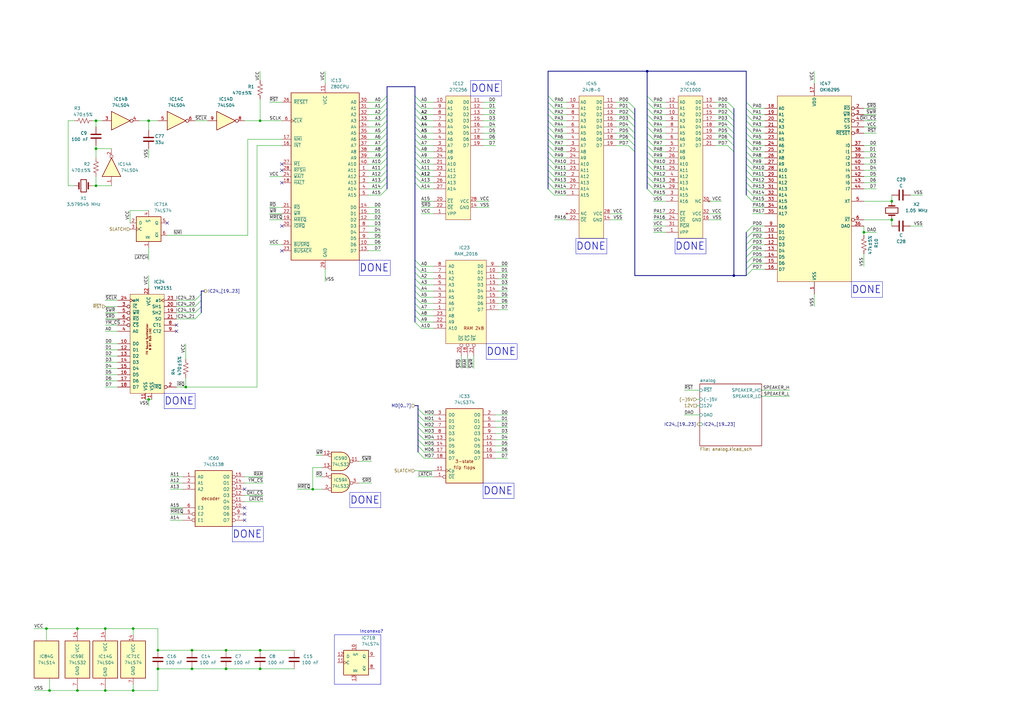
<source format=kicad_sch>
(kicad_sch (version 20231120) (generator "eeschema") (generator_version "8.0")
  (paper "A3")
  (title_block (title "WWF Super Stars") (company "JOTEGO") (comment 1 "Leo Tejada"))
  (junction (at 106.68 49.53))
  (junction (at 31.75 283.21))
  (junction (at 76.2 158.75))
  (junction (at 43.18 283.21))
  (junction (at 64.77 266.7))
  (junction (at 128.27 200.66))
  (junction (at 106.68 274.32))
  (junction (at 60.96 49.53))
  (junction (at 106.68 266.7))
  (junction (at 60.96 163.83))
  (junction (at 365.76 90.17))
  (junction (at 20.32 283.21))
  (junction (at 300.99 113.03))
  (junction (at 54.61 257.81))
  (junction (at 354.33 95.25))
  (junction (at 43.18 257.81))
  (junction (at 31.75 257.81))
  (junction (at 39.37 76.2))
  (junction (at 78.74 274.32))
  (junction (at 92.71 266.7))
  (junction (at 39.37 49.53))
  (junction (at 19.05 257.81))
  (junction (at 39.37 60.96))
  (junction (at 54.61 283.21))
  (junction (at 78.74 266.7))
  (junction (at 92.71 274.32))
  (junction (at 64.77 274.32))
  (junction (at 365.76 82.55))
  (junction (at 265.43 29.21))
  (no_connect (at 100.33 213.36))
  (no_connect (at 115.57 102.87))
  (no_connect (at 72.39 133.35))
  (no_connect (at 115.57 92.71))
  (no_connect (at 115.57 74.93))
  (no_connect (at 115.57 69.85))
  (no_connect (at 100.33 200.66))
  (no_connect (at 68.58 91.44))
  (no_connect (at 100.33 210.82))
  (no_connect (at 72.39 135.89))
  (no_connect (at 115.57 67.31))
  (no_connect (at 100.33 208.28))
  (bus_entry (at 80.01 130.81) (size 2.54 -2.54))
  (bus_entry (at 306.07 62.23) (size 2.54 2.54))
  (bus_entry (at 265.43 74.93) (size 2.54 2.54))
  (bus_entry (at 298.45 57.15) (size 2.54 2.54))
  (bus_entry (at 170.18 41.91) (size 2.54 2.54))
  (bus_entry (at 306.07 77.47) (size 2.54 2.54))
  (bus_entry (at 80.01 123.19) (size 2.54 -2.54))
  (bus_entry (at 170.18 59.69) (size 2.54 2.54))
  (bus_entry (at 156.21 46.99) (size 2.54 -2.54))
  (bus_entry (at 156.21 62.23) (size 2.54 -2.54))
  (bus_entry (at 171.45 180.34) (size 2.54 2.54))
  (bus_entry (at 265.43 62.23) (size 2.54 2.54))
  (bus_entry (at 265.43 39.37) (size 2.54 2.54))
  (bus_entry (at 170.18 106.68) (size 2.54 2.54))
  (bus_entry (at 170.18 124.46) (size 2.54 2.54))
  (bus_entry (at 306.07 110.49) (size 2.54 -2.54))
  (bus_entry (at 156.21 54.61) (size 2.54 -2.54))
  (bus_entry (at 171.45 177.8) (size 2.54 2.54))
  (bus_entry (at 265.43 64.77) (size 2.54 2.54))
  (bus_entry (at 306.07 72.39) (size 2.54 2.54))
  (bus_entry (at 306.07 46.99) (size 2.54 2.54))
  (bus_entry (at 306.07 49.53) (size 2.54 2.54))
  (bus_entry (at 224.79 54.61) (size 2.54 2.54))
  (bus_entry (at 257.81 54.61) (size 2.54 2.54))
  (bus_entry (at 306.07 57.15) (size 2.54 2.54))
  (bus_entry (at 170.18 69.85) (size 2.54 2.54))
  (bus_entry (at 224.79 64.77) (size 2.54 2.54))
  (bus_entry (at 170.18 114.3) (size 2.54 2.54))
  (bus_entry (at 170.18 72.39) (size 2.54 2.54))
  (bus_entry (at 170.18 132.08) (size 2.54 2.54))
  (bus_entry (at 170.18 52.07) (size 2.54 2.54))
  (bus_entry (at 224.79 39.37) (size 2.54 2.54))
  (bus_entry (at 257.81 46.99) (size 2.54 2.54))
  (bus_entry (at 257.81 44.45) (size 2.54 2.54))
  (bus_entry (at 170.18 49.53) (size 2.54 2.54))
  (bus_entry (at 170.18 54.61) (size 2.54 2.54))
  (bus_entry (at 224.79 52.07) (size 2.54 2.54))
  (bus_entry (at 298.45 49.53) (size 2.54 2.54))
  (bus_entry (at 170.18 109.22) (size 2.54 2.54))
  (bus_entry (at 224.79 44.45) (size 2.54 2.54))
  (bus_entry (at 156.21 41.91) (size 2.54 -2.54))
  (bus_entry (at 156.21 49.53) (size 2.54 -2.54))
  (bus_entry (at 306.07 64.77) (size 2.54 2.54))
  (bus_entry (at 306.07 100.33) (size 2.54 -2.54))
  (bus_entry (at 224.79 77.47) (size 2.54 2.54))
  (bus_entry (at 306.07 105.41) (size 2.54 -2.54))
  (bus_entry (at 306.07 107.95) (size 2.54 -2.54))
  (bus_entry (at 170.18 44.45) (size 2.54 2.54))
  (bus_entry (at 224.79 67.31) (size 2.54 2.54))
  (bus_entry (at 224.79 72.39) (size 2.54 2.54))
  (bus_entry (at 298.45 46.99) (size 2.54 2.54))
  (bus_entry (at 265.43 49.53) (size 2.54 2.54))
  (bus_entry (at 306.07 74.93) (size 2.54 2.54))
  (bus_entry (at 306.07 80.01) (size 2.54 2.54))
  (bus_entry (at 265.43 44.45) (size 2.54 2.54))
  (bus_entry (at 156.21 77.47) (size 2.54 -2.54))
  (bus_entry (at 306.07 102.87) (size 2.54 -2.54))
  (bus_entry (at 306.07 52.07) (size 2.54 2.54))
  (bus_entry (at 170.18 116.84) (size 2.54 2.54))
  (bus_entry (at 170.18 64.77) (size 2.54 2.54))
  (bus_entry (at 224.79 74.93) (size 2.54 2.54))
  (bus_entry (at 156.21 69.85) (size 2.54 -2.54))
  (bus_entry (at 265.43 77.47) (size 2.54 2.54))
  (bus_entry (at 306.07 59.69) (size 2.54 2.54))
  (bus_entry (at 298.45 44.45) (size 2.54 2.54))
  (bus_entry (at 257.81 41.91) (size 2.54 2.54))
  (bus_entry (at 265.43 57.15) (size 2.54 2.54))
  (bus_entry (at 298.45 41.91) (size 2.54 2.54))
  (bus_entry (at 306.07 41.91) (size 2.54 2.54))
  (bus_entry (at 265.43 72.39) (size 2.54 2.54))
  (bus_entry (at 156.21 64.77) (size 2.54 -2.54))
  (bus_entry (at 80.01 128.27) (size 2.54 -2.54))
  (bus_entry (at 265.43 46.99) (size 2.54 2.54))
  (bus_entry (at 156.21 72.39) (size 2.54 -2.54))
  (bus_entry (at 224.79 41.91) (size 2.54 2.54))
  (bus_entry (at 156.21 59.69) (size 2.54 -2.54))
  (bus_entry (at 298.45 52.07) (size 2.54 2.54))
  (bus_entry (at 170.18 127) (size 2.54 2.54))
  (bus_entry (at 298.45 59.69) (size 2.54 2.54))
  (bus_entry (at 170.18 39.37) (size 2.54 2.54))
  (bus_entry (at 224.79 59.69) (size 2.54 2.54))
  (bus_entry (at 257.81 49.53) (size 2.54 2.54))
  (bus_entry (at 170.18 129.54) (size 2.54 2.54))
  (bus_entry (at 265.43 41.91) (size 2.54 2.54))
  (bus_entry (at 156.21 44.45) (size 2.54 -2.54))
  (bus_entry (at 298.45 54.61) (size 2.54 2.54))
  (bus_entry (at 257.81 52.07) (size 2.54 2.54))
  (bus_entry (at 171.45 172.72) (size 2.54 2.54))
  (bus_entry (at 306.07 97.79) (size 2.54 -2.54))
  (bus_entry (at 156.21 52.07) (size 2.54 -2.54))
  (bus_entry (at 171.45 182.88) (size 2.54 2.54))
  (bus_entry (at 80.01 125.73) (size 2.54 -2.54))
  (bus_entry (at 265.43 59.69) (size 2.54 2.54))
  (bus_entry (at 265.43 69.85) (size 2.54 2.54))
  (bus_entry (at 156.21 80.01) (size 2.54 -2.54))
  (bus_entry (at 257.81 57.15) (size 2.54 2.54))
  (bus_entry (at 156.21 57.15) (size 2.54 -2.54))
  (bus_entry (at 171.45 170.18) (size 2.54 2.54))
  (bus_entry (at 171.45 185.42) (size 2.54 2.54))
  (bus_entry (at 306.07 95.25) (size 2.54 -2.54))
  (bus_entry (at 170.18 62.23) (size 2.54 2.54))
  (bus_entry (at 224.79 57.15) (size 2.54 2.54))
  (bus_entry (at 265.43 54.61) (size 2.54 2.54))
  (bus_entry (at 265.43 52.07) (size 2.54 2.54))
  (bus_entry (at 265.43 67.31) (size 2.54 2.54))
  (bus_entry (at 306.07 113.03) (size 2.54 -2.54))
  (bus_entry (at 306.07 54.61) (size 2.54 2.54))
  (bus_entry (at 156.21 74.93) (size 2.54 -2.54))
  (bus_entry (at 170.18 57.15) (size 2.54 2.54))
  (bus_entry (at 170.18 119.38) (size 2.54 2.54))
  (bus_entry (at 170.18 121.92) (size 2.54 2.54))
  (bus_entry (at 306.07 69.85) (size 2.54 2.54))
  (bus_entry (at 224.79 49.53) (size 2.54 2.54))
  (bus_entry (at 156.21 67.31) (size 2.54 -2.54))
  (bus_entry (at 170.18 46.99) (size 2.54 2.54))
  (bus_entry (at 257.81 59.69) (size 2.54 2.54))
  (bus_entry (at 170.18 74.93) (size 2.54 2.54))
  (bus_entry (at 171.45 175.26) (size 2.54 2.54))
  (bus_entry (at 224.79 69.85) (size 2.54 2.54))
  (bus_entry (at 224.79 62.23) (size 2.54 2.54))
  (bus_entry (at 306.07 44.45) (size 2.54 2.54))
  (bus_entry (at 171.45 167.64) (size 2.54 2.54))
  (bus_entry (at 170.18 67.31) (size 2.54 2.54))
  (bus_entry (at 170.18 111.76) (size 2.54 2.54))
  (bus_entry (at 224.79 46.99) (size 2.54 2.54))
  (bus_entry (at 306.07 67.31) (size 2.54 2.54))
  (wire (pts (xy 267.97 87.63) (xy 273.05 87.63)))
  (wire (pts (xy 267.97 54.61) (xy 273.05 54.61)))
  (bus (pts (xy 82.55 123.19) (xy 82.55 120.65)))
  (bus (pts (xy 170.18 74.93) (xy 170.18 72.39)))
  (wire (pts (xy 132.08 191.77) (xy 128.27 191.77)))
  (wire (pts (xy 204.47 114.3) (xy 208.28 114.3)))
  (wire (pts (xy 38.1 49.53) (xy 39.37 49.53)))
  (bus (pts (xy 260.35 54.61) (xy 260.35 57.15)))
  (wire (pts (xy 172.72 129.54) (xy 177.8 129.54)))
  (bus (pts (xy 224.79 69.85) (xy 224.79 67.31)))
  (bus (pts (xy 306.07 54.61) (xy 306.07 57.15)))
  (wire (pts (xy 354.33 59.69) (xy 359.41 59.69)))
  (wire (pts (xy 100.33 198.12) (xy 107.95 198.12)))
  (wire (pts (xy 172.72 52.07) (xy 177.8 52.07)))
  (wire (pts (xy 267.97 95.25) (xy 273.05 95.25)))
  (wire (pts (xy 105.41 59.69) (xy 115.57 59.69)))
  (wire (pts (xy 19.05 257.81) (xy 19.05 262.89)))
  (wire (pts (xy 31.75 283.21) (xy 43.18 283.21)))
  (wire (pts (xy 110.49 85.09) (xy 115.57 85.09)))
  (bus (pts (xy 265.43 69.85) (xy 265.43 67.31)))
  (wire (pts (xy 172.72 72.39) (xy 177.8 72.39)))
  (wire (pts (xy 354.33 74.93) (xy 359.41 74.93)))
  (bus (pts (xy 170.18 166.37) (xy 171.45 166.37)))
  (wire (pts (xy 354.33 67.31) (xy 359.41 67.31)))
  (wire (pts (xy 267.97 77.47) (xy 273.05 77.47)))
  (bus (pts (xy 260.35 113.03) (xy 300.99 113.03)))
  (wire (pts (xy 267.97 57.15) (xy 273.05 57.15)))
  (bus (pts (xy 224.79 29.21) (xy 224.79 39.37)))
  (wire (pts (xy 227.33 77.47) (xy 232.41 77.47)))
  (bus (pts (xy 224.79 77.47) (xy 224.79 74.93)))
  (wire (pts (xy 60.96 118.11) (xy 60.96 113.03)))
  (wire (pts (xy 173.99 182.88) (xy 177.8 182.88)))
  (wire (pts (xy 60.96 163.83) (xy 62.23 163.83)))
  (wire (pts (xy 198.12 49.53) (xy 203.2 49.53)))
  (wire (pts (xy 60.96 60.96) (xy 60.96 64.77)))
  (wire (pts (xy 252.73 57.15) (xy 257.81 57.15)))
  (wire (pts (xy 172.72 132.08) (xy 177.8 132.08)))
  (wire (pts (xy 203.2 175.26) (xy 208.28 175.26)))
  (wire (pts (xy 39.37 72.39) (xy 39.37 76.2)))
  (bus (pts (xy 170.18 44.45) (xy 170.18 41.91)))
  (wire (pts (xy 151.13 62.23) (xy 156.21 62.23)))
  (wire (pts (xy 204.47 124.46) (xy 208.28 124.46)))
  (bus (pts (xy 265.43 41.91) (xy 265.43 39.37)))
  (wire (pts (xy 267.97 62.23) (xy 273.05 62.23)))
  (wire (pts (xy 227.33 64.77) (xy 232.41 64.77)))
  (bus (pts (xy 82.55 119.38) (xy 83.82 119.38)))
  (wire (pts (xy 172.72 119.38) (xy 177.8 119.38)))
  (wire (pts (xy 69.85 198.12) (xy 74.93 198.12)))
  (bus (pts (xy 300.99 113.03) (xy 306.07 113.03)))
  (wire (pts (xy 43.18 151.13) (xy 48.26 151.13)))
  (bus (pts (xy 158.75 64.77) (xy 158.75 62.23)))
  (wire (pts (xy 72.39 125.73) (xy 80.01 125.73)))
  (bus (pts (xy 224.79 72.39) (xy 224.79 69.85)))
  (wire (pts (xy 20.32 283.21) (xy 31.75 283.21)))
  (wire (pts (xy 227.33 54.61) (xy 232.41 54.61)))
  (wire (pts (xy 378.46 92.71) (xy 373.38 92.71)))
  (wire (pts (xy 250.19 87.63) (xy 255.27 87.63)))
  (wire (pts (xy 290.83 82.55) (xy 295.91 82.55)))
  (bus (pts (xy 306.07 59.69) (xy 306.07 62.23)))
  (wire (pts (xy 267.97 82.55) (xy 273.05 82.55)))
  (wire (pts (xy 133.35 115.57) (xy 133.35 110.49)))
  (wire (pts (xy 354.33 44.45) (xy 359.41 44.45)))
  (bus (pts (xy 260.35 49.53) (xy 260.35 52.07)))
  (wire (pts (xy 43.18 143.51) (xy 48.26 143.51)))
  (bus (pts (xy 306.07 41.91) (xy 306.07 44.45)))
  (wire (pts (xy 323.85 160.02) (xy 312.42 160.02)))
  (bus (pts (xy 260.35 52.07) (xy 260.35 54.61)))
  (wire (pts (xy 13.97 283.21) (xy 20.32 283.21)))
  (wire (pts (xy 171.45 195.58) (xy 177.8 195.58)))
  (bus (pts (xy 82.55 125.73) (xy 82.55 123.19)))
  (wire (pts (xy 80.01 49.53) (xy 85.09 49.53)))
  (wire (pts (xy 106.68 266.7) (xy 120.65 266.7)))
  (wire (pts (xy 39.37 59.69) (xy 39.37 60.96)))
  (bus (pts (xy 171.45 167.64) (xy 171.45 166.37)))
  (wire (pts (xy 252.73 54.61) (xy 257.81 54.61)))
  (bus (pts (xy 260.35 57.15) (xy 260.35 59.69)))
  (wire (pts (xy 172.72 54.61) (xy 177.8 54.61)))
  (wire (pts (xy 151.13 46.99) (xy 156.21 46.99)))
  (wire (pts (xy 13.97 257.81) (xy 19.05 257.81)))
  (bus (pts (xy 300.99 62.23) (xy 300.99 113.03)))
  (bus (pts (xy 265.43 59.69) (xy 265.43 57.15)))
  (wire (pts (xy 43.18 148.59) (xy 48.26 148.59)))
  (wire (pts (xy 308.61 67.31) (xy 313.69 67.31)))
  (wire (pts (xy 172.72 62.23) (xy 177.8 62.23)))
  (wire (pts (xy 43.18 153.67) (xy 48.26 153.67)))
  (bus (pts (xy 158.75 41.91) (xy 158.75 39.37)))
  (wire (pts (xy 204.47 121.92) (xy 208.28 121.92)))
  (wire (pts (xy 173.99 180.34) (xy 177.8 180.34)))
  (bus (pts (xy 260.35 59.69) (xy 260.35 62.23)))
  (wire (pts (xy 354.33 49.53) (xy 359.41 49.53)))
  (wire (pts (xy 43.18 156.21) (xy 48.26 156.21)))
  (wire (pts (xy 110.49 72.39) (xy 115.57 72.39)))
  (wire (pts (xy 308.61 57.15) (xy 313.69 57.15)))
  (wire (pts (xy 204.47 109.22) (xy 208.28 109.22)))
  (bus (pts (xy 306.07 102.87) (xy 306.07 105.41)))
  (bus (pts (xy 306.07 41.91) (xy 306.07 29.21)))
  (wire (pts (xy 365.76 80.01) (xy 365.76 82.55)))
  (bus (pts (xy 265.43 54.61) (xy 265.43 52.07)))
  (wire (pts (xy 64.77 274.32) (xy 64.77 283.21)))
  (wire (pts (xy 43.18 128.27) (xy 48.26 128.27)))
  (bus (pts (xy 306.07 67.31) (xy 306.07 69.85)))
  (wire (pts (xy 252.73 46.99) (xy 257.81 46.99)))
  (wire (pts (xy 354.33 95.25) (xy 354.33 92.71)))
  (bus (pts (xy 82.55 120.65) (xy 82.55 119.38)))
  (bus (pts (xy 170.18 57.15) (xy 170.18 54.61)))
  (wire (pts (xy 170.18 193.04) (xy 177.8 193.04)))
  (wire (pts (xy 151.13 95.25) (xy 156.21 95.25)))
  (bus (pts (xy 224.79 54.61) (xy 224.79 52.07)))
  (wire (pts (xy 151.13 87.63) (xy 156.21 87.63)))
  (wire (pts (xy 172.72 41.91) (xy 177.8 41.91)))
  (wire (pts (xy 373.38 80.01) (xy 378.46 80.01)))
  (wire (pts (xy 76.2 140.97) (xy 76.2 147.32)))
  (wire (pts (xy 151.13 64.77) (xy 156.21 64.77)))
  (wire (pts (xy 43.18 130.81) (xy 48.26 130.81)))
  (wire (pts (xy 308.61 74.93) (xy 313.69 74.93)))
  (bus (pts (xy 158.75 59.69) (xy 158.75 57.15)))
  (wire (pts (xy 128.27 200.66) (xy 132.08 200.66)))
  (wire (pts (xy 308.61 72.39) (xy 313.69 72.39)))
  (bus (pts (xy 300.99 59.69) (xy 300.99 62.23)))
  (wire (pts (xy 151.13 77.47) (xy 156.21 77.47)))
  (wire (pts (xy 203.2 187.96) (xy 208.28 187.96)))
  (bus (pts (xy 265.43 72.39) (xy 265.43 69.85)))
  (wire (pts (xy 354.33 62.23) (xy 359.33 62.23)))
  (wire (pts (xy 172.72 114.3) (xy 177.8 114.3)))
  (wire (pts (xy 198.12 57.15) (xy 203.2 57.15)))
  (wire (pts (xy 267.97 69.85) (xy 273.05 69.85)))
  (bus (pts (xy 158.75 57.15) (xy 158.75 54.61)))
  (wire (pts (xy 290.83 87.63) (xy 295.91 87.63)))
  (wire (pts (xy 60.96 49.53) (xy 60.96 53.34)))
  (wire (pts (xy 106.68 40.64) (xy 106.68 49.53)))
  (wire (pts (xy 365.76 82.55) (xy 354.33 82.55)))
  (wire (pts (xy 173.99 175.26) (xy 177.8 175.26)))
  (wire (pts (xy 308.61 59.69) (xy 313.69 59.69)))
  (wire (pts (xy 129.54 195.58) (xy 132.08 195.58)))
  (bus (pts (xy 306.07 49.53) (xy 306.07 52.07)))
  (bus (pts (xy 306.07 62.23) (xy 306.07 64.77)))
  (wire (pts (xy 172.72 85.09) (xy 177.8 85.09)))
  (wire (pts (xy 151.13 69.85) (xy 156.21 69.85)))
  (wire (pts (xy 78.74 274.32) (xy 92.71 274.32)))
  (wire (pts (xy 151.13 100.33) (xy 156.21 100.33)))
  (wire (pts (xy 69.85 210.82) (xy 74.93 210.82)))
  (wire (pts (xy 39.37 49.53) (xy 39.37 52.07)))
  (wire (pts (xy 313.69 105.41) (xy 308.61 105.41)))
  (wire (pts (xy 204.47 127) (xy 208.28 127)))
  (wire (pts (xy 298.45 44.45) (xy 293.37 44.45)))
  (wire (pts (xy 151.13 92.71) (xy 156.21 92.71)))
  (bus (pts (xy 171.45 170.18) (xy 171.45 167.64)))
  (wire (pts (xy 173.99 187.96) (xy 177.8 187.96)))
  (wire (pts (xy 43.18 257.81) (xy 54.61 257.81)))
  (wire (pts (xy 172.72 44.45) (xy 177.8 44.45)))
  (wire (pts (xy 204.47 116.84) (xy 208.28 116.84)))
  (wire (pts (xy 313.69 100.33) (xy 308.61 100.33)))
  (wire (pts (xy 313.69 97.79) (xy 308.61 97.79)))
  (wire (pts (xy 365.76 90.17) (xy 354.33 90.17)))
  (wire (pts (xy 110.49 100.33) (xy 115.57 100.33)))
  (wire (pts (xy 203.2 177.8) (xy 208.28 177.8)))
  (wire (pts (xy 308.61 49.53) (xy 313.69 49.53)))
  (bus (pts (xy 300.99 52.07) (xy 300.99 54.61)))
  (bus (pts (xy 224.79 74.93) (xy 224.79 72.39)))
  (wire (pts (xy 172.72 57.15) (xy 177.8 57.15)))
  (wire (pts (xy 72.39 130.81) (xy 80.01 130.81)))
  (bus (pts (xy 260.35 62.23) (xy 260.35 113.03)))
  (wire (pts (xy 20.32 278.13) (xy 20.32 283.21)))
  (wire (pts (xy 76.2 154.94) (xy 76.2 158.75)))
  (bus (pts (xy 170.18 114.3) (xy 170.18 111.76)))
  (bus (pts (xy 265.43 52.07) (xy 265.43 49.53)))
  (bus (pts (xy 158.75 44.45) (xy 158.75 41.91)))
  (wire (pts (xy 313.69 95.25) (xy 308.61 95.25)))
  (wire (pts (xy 252.73 44.45) (xy 257.81 44.45)))
  (wire (pts (xy 334.01 29.21) (xy 334.01 34.29)))
  (bus (pts (xy 265.43 77.47) (xy 265.43 74.93)))
  (wire (pts (xy 101.6 96.52) (xy 68.58 96.52)))
  (wire (pts (xy 78.74 266.7) (xy 92.71 266.7)))
  (wire (pts (xy 27.94 49.53) (xy 30.48 49.53)))
  (bus (pts (xy 265.43 57.15) (xy 265.43 54.61)))
  (wire (pts (xy 189.23 151.13) (xy 189.23 146.05)))
  (wire (pts (xy 69.85 200.66) (xy 74.93 200.66)))
  (wire (pts (xy 151.13 59.69) (xy 156.21 59.69)))
  (bus (pts (xy 170.18 59.69) (xy 170.18 57.15)))
  (bus (pts (xy 170.18 132.08) (xy 170.18 129.54)))
  (wire (pts (xy 173.99 177.8) (xy 177.8 177.8)))
  (wire (pts (xy 308.61 62.23) (xy 313.69 62.23)))
  (wire (pts (xy 172.72 69.85) (xy 177.8 69.85)))
  (bus (pts (xy 265.43 29.21) (xy 224.79 29.21)))
  (wire (pts (xy 27.94 49.53) (xy 27.94 76.2)))
  (wire (pts (xy 31.75 257.81) (xy 43.18 257.81)))
  (wire (pts (xy 115.57 57.15) (xy 101.6 57.15)))
  (wire (pts (xy 308.61 52.07) (xy 313.69 52.07)))
  (wire (pts (xy 100.33 203.2) (xy 107.95 203.2)))
  (wire (pts (xy 133.35 34.29) (xy 133.35 29.21)))
  (bus (pts (xy 224.79 52.07) (xy 224.79 49.53)))
  (bus (pts (xy 265.43 49.53) (xy 265.43 46.99)))
  (bus (pts (xy 306.07 29.21) (xy 265.43 29.21)))
  (bus (pts (xy 171.45 177.8) (xy 171.45 175.26)))
  (bus (pts (xy 158.75 74.93) (xy 158.75 77.47)))
  (wire (pts (xy 313.69 102.87) (xy 308.61 102.87)))
  (bus (pts (xy 265.43 29.21) (xy 265.43 39.37)))
  (bus (pts (xy 300.99 46.99) (xy 300.99 49.53)))
  (wire (pts (xy 27.94 76.2) (xy 30.48 76.2)))
  (bus (pts (xy 224.79 59.69) (xy 224.79 57.15)))
  (wire (pts (xy 57.15 49.53) (xy 60.96 49.53)))
  (wire (pts (xy 227.33 57.15) (xy 232.41 57.15)))
  (wire (pts (xy 38.1 76.2) (xy 39.37 76.2)))
  (bus (pts (xy 265.43 64.77) (xy 265.43 62.23)))
  (bus (pts (xy 170.18 121.92) (xy 170.18 119.38)))
  (wire (pts (xy 53.34 86.36) (xy 60.96 86.36)))
  (bus (pts (xy 158.75 49.53) (xy 158.75 46.99)))
  (wire (pts (xy 195.58 82.55) (xy 200.66 82.55)))
  (bus (pts (xy 306.07 77.47) (xy 306.07 80.01)))
  (wire (pts (xy 298.45 52.07) (xy 293.37 52.07)))
  (bus (pts (xy 306.07 110.49) (xy 306.07 113.03)))
  (wire (pts (xy 172.72 116.84) (xy 177.8 116.84)))
  (bus (pts (xy 170.18 119.38) (xy 170.18 116.84)))
  (bus (pts (xy 170.18 62.23) (xy 170.18 59.69)))
  (wire (pts (xy 308.61 77.47) (xy 313.69 77.47)))
  (wire (pts (xy 100.33 49.53) (xy 106.68 49.53)))
  (bus (pts (xy 306.07 44.45) (xy 306.07 46.99)))
  (wire (pts (xy 285.75 163.83) (xy 287.02 163.83)))
  (bus (pts (xy 265.43 46.99) (xy 265.43 44.45)))
  (wire (pts (xy 267.97 52.07) (xy 273.05 52.07)))
  (wire (pts (xy 285.75 166.37) (xy 287.02 166.37)))
  (wire (pts (xy 298.45 49.53) (xy 293.37 49.53)))
  (bus (pts (xy 158.75 69.85) (xy 158.75 67.31)))
  (bus (pts (xy 170.18 111.76) (xy 170.18 109.22)))
  (wire (pts (xy 204.47 111.76) (xy 208.28 111.76)))
  (bus (pts (xy 170.18 49.53) (xy 170.18 46.99)))
  (wire (pts (xy 147.32 198.12) (xy 152.4 198.12)))
  (wire (pts (xy 204.47 119.38) (xy 208.28 119.38)))
  (wire (pts (xy 354.33 77.47) (xy 359.41 77.47)))
  (wire (pts (xy 43.18 133.35) (xy 48.26 133.35)))
  (bus (pts (xy 170.18 46.99) (xy 170.18 44.45)))
  (bus (pts (xy 170.18 52.07) (xy 170.18 49.53)))
  (wire (pts (xy 43.18 283.21) (xy 54.61 283.21)))
  (wire (pts (xy 172.72 109.22) (xy 177.8 109.22)))
  (wire (pts (xy 151.13 90.17) (xy 156.21 90.17)))
  (wire (pts (xy 354.33 96.52) (xy 354.33 95.25)))
  (wire (pts (xy 267.97 74.93) (xy 273.05 74.93)))
  (wire (pts (xy 172.72 127) (xy 177.8 127)))
  (wire (pts (xy 110.49 41.91) (xy 115.57 41.91)))
  (wire (pts (xy 198.12 59.69) (xy 203.2 59.69)))
  (wire (pts (xy 172.72 77.47) (xy 177.8 77.47)))
  (bus (pts (xy 170.18 41.91) (xy 170.18 39.37)))
  (wire (pts (xy 298.45 57.15) (xy 293.37 57.15)))
  (bus (pts (xy 171.45 180.34) (xy 171.45 177.8)))
  (wire (pts (xy 151.13 67.31) (xy 156.21 67.31)))
  (wire (pts (xy 72.39 123.19) (xy 80.01 123.19)))
  (wire (pts (xy 69.85 195.58) (xy 74.93 195.58)))
  (wire (pts (xy 19.05 257.81) (xy 31.75 257.81)))
  (bus (pts (xy 260.35 46.99) (xy 260.35 49.53)))
  (bus (pts (xy 300.99 44.45) (xy 300.99 46.99)))
  (wire (pts (xy 323.85 162.56) (xy 312.42 162.56)))
  (wire (pts (xy 290.83 90.17) (xy 295.91 90.17)))
  (wire (pts (xy 53.34 91.44) (xy 53.34 86.36)))
  (bus (pts (xy 224.79 49.53) (xy 224.79 46.99)))
  (bus (pts (xy 306.07 72.39) (xy 306.07 74.93)))
  (bus (pts (xy 170.18 72.39) (xy 170.18 69.85)))
  (wire (pts (xy 203.2 172.72) (xy 208.28 172.72)))
  (wire (pts (xy 308.61 85.09) (xy 313.69 85.09)))
  (bus (pts (xy 306.07 97.79) (xy 306.07 100.33)))
  (wire (pts (xy 252.73 41.91) (xy 257.81 41.91)))
  (wire (pts (xy 76.2 158.75) (xy 105.41 158.75)))
  (wire (pts (xy 172.72 134.62) (xy 177.8 134.62)))
  (wire (pts (xy 110.49 90.17) (xy 115.57 90.17)))
  (bus (pts (xy 224.79 44.45) (xy 224.79 41.91)))
  (wire (pts (xy 151.13 57.15) (xy 156.21 57.15)))
  (wire (pts (xy 64.77 274.32) (xy 78.74 274.32)))
  (wire (pts (xy 203.2 182.88) (xy 208.28 182.88)))
  (bus (pts (xy 306.07 46.99) (xy 306.07 49.53)))
  (bus (pts (xy 158.75 46.99) (xy 158.75 44.45)))
  (bus (pts (xy 158.75 52.07) (xy 158.75 49.53)))
  (wire (pts (xy 106.68 29.21) (xy 106.68 33.02)))
  (wire (pts (xy 39.37 76.2) (xy 45.72 76.2)))
  (bus (pts (xy 300.99 57.15) (xy 300.99 59.69)))
  (bus (pts (xy 265.43 74.93) (xy 265.43 72.39)))
  (wire (pts (xy 227.33 74.93) (xy 232.41 74.93)))
  (wire (pts (xy 92.71 274.32) (xy 106.68 274.32)))
  (wire (pts (xy 354.33 104.14) (xy 354.33 109.22)))
  (bus (pts (xy 171.45 182.88) (xy 171.45 180.34)))
  (wire (pts (xy 173.99 185.42) (xy 177.8 185.42)))
  (wire (pts (xy 313.69 92.71) (xy 308.61 92.71)))
  (wire (pts (xy 359.41 46.99) (xy 354.33 46.99)))
  (wire (pts (xy 267.97 92.71) (xy 273.05 92.71)))
  (wire (pts (xy 173.99 170.18) (xy 177.8 170.18)))
  (bus (pts (xy 224.79 46.99) (xy 224.79 44.45)))
  (bus (pts (xy 300.99 54.61) (xy 300.99 57.15)))
  (wire (pts (xy 43.18 135.89) (xy 48.26 135.89)))
  (wire (pts (xy 69.85 213.36) (xy 74.93 213.36)))
  (wire (pts (xy 194.31 151.13) (xy 194.31 146.05)))
  (wire (pts (xy 151.13 85.09) (xy 156.21 85.09)))
  (wire (pts (xy 267.97 41.91) (xy 273.05 41.91)))
  (wire (pts (xy 151.13 44.45) (xy 156.21 44.45)))
  (wire (pts (xy 172.72 59.69) (xy 177.8 59.69)))
  (wire (pts (xy 198.12 54.61) (xy 203.2 54.61)))
  (wire (pts (xy 45.72 60.96) (xy 39.37 60.96)))
  (bus (pts (xy 306.07 107.95) (xy 306.07 110.49)))
  (wire (pts (xy 41.91 49.53) (xy 39.37 49.53)))
  (bus (pts (xy 170.18 116.84) (xy 170.18 114.3)))
  (bus (pts (xy 306.07 52.07) (xy 306.07 54.61)))
  (bus (pts (xy 158.75 62.23) (xy 158.75 59.69)))
  (wire (pts (xy 54.61 283.21) (xy 64.77 283.21)))
  (wire (pts (xy 172.72 74.93) (xy 177.8 74.93)))
  (wire (pts (xy 43.18 140.97) (xy 48.26 140.97)))
  (bus (pts (xy 265.43 67.31) (xy 265.43 64.77)))
  (wire (pts (xy 250.19 90.17) (xy 255.27 90.17)))
  (wire (pts (xy 298.45 54.61) (xy 293.37 54.61)))
  (bus (pts (xy 170.18 127) (xy 170.18 124.46)))
  (wire (pts (xy 60.96 49.53) (xy 64.77 49.53)))
  (wire (pts (xy 173.99 172.72) (xy 177.8 172.72)))
  (wire (pts (xy 106.68 274.32) (xy 120.65 274.32)))
  (wire (pts (xy 172.72 46.99) (xy 177.8 46.99)))
  (wire (pts (xy 64.77 266.7) (xy 78.74 266.7)))
  (wire (pts (xy 227.33 67.31) (xy 232.41 67.31)))
  (bus (pts (xy 171.45 172.72) (xy 171.45 170.18)))
  (bus (pts (xy 306.07 105.41) (xy 306.07 107.95)))
  (wire (pts (xy 172.72 124.46) (xy 177.8 124.46)))
  (wire (pts (xy 76.2 158.75) (xy 72.39 158.75)))
  (wire (pts (xy 72.39 128.27) (xy 80.01 128.27)))
  (wire (pts (xy 92.71 266.7) (xy 106.68 266.7)))
  (wire (pts (xy 54.61 257.81) (xy 54.61 260.35)))
  (wire (pts (xy 151.13 80.01) (xy 156.21 80.01)))
  (wire (pts (xy 172.72 64.77) (xy 177.8 64.77)))
  (wire (pts (xy 308.61 54.61) (xy 313.69 54.61)))
  (wire (pts (xy 100.33 205.74) (xy 107.95 205.74)))
  (bus (pts (xy 170.18 129.54) (xy 170.18 127)))
  (wire (pts (xy 151.13 41.91) (xy 156.21 41.91)))
  (wire (pts (xy 227.33 41.91) (xy 232.41 41.91)))
  (wire (pts (xy 172.72 67.31) (xy 177.8 67.31)))
  (wire (pts (xy 227.33 69.85) (xy 232.41 69.85)))
  (wire (pts (xy 308.61 64.77) (xy 313.69 64.77)))
  (wire (pts (xy 308.61 44.45) (xy 313.69 44.45)))
  (wire (pts (xy 267.97 44.45) (xy 273.05 44.45)))
  (bus (pts (xy 171.45 185.42) (xy 171.45 182.88)))
  (wire (pts (xy 227.33 59.69) (xy 232.41 59.69)))
  (wire (pts (xy 354.33 64.77) (xy 359.41 64.77)))
  (wire (pts (xy 59.69 163.83) (xy 60.96 163.83)))
  (wire (pts (xy 43.18 146.05) (xy 48.26 146.05)))
  (bus (pts (xy 170.18 64.77) (xy 170.18 62.23)))
  (wire (pts (xy 354.33 52.07) (xy 359.41 52.07)))
  (wire (pts (xy 365.76 90.17) (xy 365.76 92.71)))
  (bus (pts (xy 158.75 74.93) (xy 158.75 72.39)))
  (wire (pts (xy 151.13 102.87) (xy 156.21 102.87)))
  (bus (pts (xy 170.18 67.31) (xy 170.18 64.77)))
  (wire (pts (xy 252.73 52.07) (xy 257.81 52.07)))
  (wire (pts (xy 106.68 49.53) (xy 115.57 49.53)))
  (wire (pts (xy 280.67 160.02) (xy 287.02 160.02)))
  (wire (pts (xy 267.97 59.69) (xy 273.05 59.69)))
  (wire (pts (xy 298.45 41.91) (xy 293.37 41.91)))
  (bus (pts (xy 306.07 69.85) (xy 306.07 72.39)))
  (wire (pts (xy 203.2 180.34) (xy 208.28 180.34)))
  (wire (pts (xy 354.33 95.25) (xy 359.41 95.25)))
  (wire (pts (xy 151.13 49.53) (xy 156.21 49.53)))
  (wire (pts (xy 298.45 59.69) (xy 293.37 59.69)))
  (wire (pts (xy 267.97 64.77) (xy 273.05 64.77)))
  (bus (pts (xy 170.18 69.85) (xy 170.18 67.31)))
  (wire (pts (xy 39.37 60.96) (xy 39.37 64.77)))
  (wire (pts (xy 195.58 85.09) (xy 200.66 85.09)))
  (wire (pts (xy 100.33 195.58) (xy 107.95 195.58)))
  (bus (pts (xy 82.55 128.27) (xy 82.55 125.73)))
  (bus (pts (xy 265.43 62.23) (xy 265.43 59.69)))
  (wire (pts (xy 172.72 82.55) (xy 177.8 82.55)))
  (wire (pts (xy 172.72 87.63) (xy 177.8 87.63)))
  (wire (pts (xy 203.2 170.18) (xy 208.28 170.18)))
  (wire (pts (xy 308.61 80.01) (xy 313.69 80.01)))
  (wire (pts (xy 227.33 90.17) (xy 232.41 90.17)))
  (wire (pts (xy 69.85 208.28) (xy 74.93 208.28)))
  (wire (pts (xy 54.61 280.67) (xy 54.61 283.21)))
  (bus (pts (xy 158.75 35.56) (xy 170.18 35.56)))
  (bus (pts (xy 306.07 74.93) (xy 306.07 77.47)))
  (wire (pts (xy 354.33 54.61) (xy 359.41 54.61)))
  (wire (pts (xy 308.61 46.99) (xy 313.69 46.99)))
  (wire (pts (xy 151.13 74.93) (xy 156.21 74.93)))
  (wire (pts (xy 227.33 44.45) (xy 232.41 44.45)))
  (bus (pts (xy 170.18 74.93) (xy 170.18 106.68)))
  (wire (pts (xy 151.13 97.79) (xy 156.21 97.79)))
  (wire (pts (xy 227.33 46.99) (xy 232.41 46.99)))
  (bus (pts (xy 224.79 62.23) (xy 224.79 59.69)))
  (wire (pts (xy 198.12 46.99) (xy 203.2 46.99)))
  (bus (pts (xy 265.43 44.45) (xy 265.43 41.91)))
  (wire (pts (xy 172.72 49.53) (xy 177.8 49.53)))
  (bus (pts (xy 306.07 64.77) (xy 306.07 67.31)))
  (wire (pts (xy 280.67 170.18) (xy 287.02 170.18)))
  (wire (pts (xy 54.61 257.81) (xy 64.77 257.81)))
  (wire (pts (xy 252.73 59.69) (xy 257.81 59.69)))
  (bus (pts (xy 158.75 67.31) (xy 158.75 64.77)))
  (wire (pts (xy 198.12 52.07) (xy 203.2 52.07)))
  (wire (pts (xy 308.61 87.63) (xy 313.69 87.63)))
  (wire (pts (xy 267.97 67.31) (xy 273.05 67.31)))
  (wire (pts (xy 64.77 266.7) (xy 64.77 257.81)))
  (wire (pts (xy 227.33 62.23) (xy 232.41 62.23)))
  (wire (pts (xy 152.4 189.23) (xy 147.32 189.23)))
  (bus (pts (xy 224.79 57.15) (xy 224.79 54.61)))
  (bus (pts (xy 306.07 95.25) (xy 306.07 97.79)))
  (wire (pts (xy 334.01 120.65) (xy 334.01 125.73)))
  (bus (pts (xy 158.75 54.61) (xy 158.75 52.07)))
  (wire (pts (xy 198.12 41.91) (xy 203.2 41.91)))
  (wire (pts (xy 267.97 72.39) (xy 273.05 72.39)))
  (wire (pts (xy 105.41 158.75) (xy 105.41 59.69)))
  (wire (pts (xy 43.18 123.19) (xy 48.26 123.19)))
  (wire (pts (xy 313.69 110.49) (xy 308.61 110.49)))
  (wire (pts (xy 60.96 163.83) (xy 60.96 166.37)))
  (bus (pts (xy 224.79 41.91) (xy 224.79 39.37)))
  (wire (pts (xy 267.97 46.99) (xy 273.05 46.99)))
  (wire (pts (xy 252.73 49.53) (xy 257.81 49.53)))
  (bus (pts (xy 170.18 109.22) (xy 170.18 106.68)))
  (wire (pts (xy 227.33 52.07) (xy 232.41 52.07)))
  (bus (pts (xy 158.75 72.39) (xy 158.75 69.85)))
  (wire (pts (xy 308.61 69.85) (xy 313.69 69.85)))
  (wire (pts (xy 101.6 57.15) (xy 101.6 96.52)))
  (wire (pts (xy 203.2 185.42) (xy 208.28 185.42)))
  (wire (pts (xy 60.96 106.68) (xy 60.96 101.6)))
  (wire (pts (xy 227.33 72.39) (xy 232.41 72.39)))
  (wire (pts (xy 227.33 80.01) (xy 232.41 80.01)))
  (wire (pts (xy 110.49 87.63) (xy 115.57 87.63)))
  (wire (pts (xy 267.97 90.17) (xy 273.05 90.17)))
  (wire (pts (xy 267.97 49.53) (xy 273.05 49.53)))
  (bus (pts (xy 306.07 100.33) (xy 306.07 102.87)))
  (wire (pts (xy 354.33 69.85) (xy 359.41 69.85)))
  (wire (pts (xy 43.18 125.73) (xy 48.26 125.73)))
  (wire (pts (xy 151.13 52.07) (xy 156.21 52.07)))
  (wire (pts (xy 43.18 158.75) (xy 48.26 158.75)))
  (wire (pts (xy 172.72 111.76) (xy 177.8 111.76)))
  (bus (pts (xy 170.18 54.61) (xy 170.18 52.07)))
  (bus (pts (xy 300.99 49.53) (xy 300.99 52.07)))
  (wire (pts (xy 267.97 80.01) (xy 273.05 80.01)))
  (bus (pts (xy 306.07 57.15) (xy 306.07 59.69)))
  (wire (pts (xy 121.92 200.66) (xy 128.27 200.66)))
  (wire (pts (xy 172.72 121.92) (xy 177.8 121.92)))
  (bus (pts (xy 260.35 44.45) (xy 260.35 46.99)))
  (bus (pts (xy 171.45 175.26) (xy 171.45 172.72)))
  (wire (pts (xy 151.13 72.39) (xy 156.21 72.39)))
  (wire (pts (xy 198.12 44.45) (xy 203.2 44.45)))
  (wire (pts (xy 354.33 72.39) (xy 359.41 72.39)))
  (bus (pts (xy 224.79 67.31) (xy 224.79 64.77)))
  (bus (pts (xy 158.75 39.37) (xy 158.75 35.56)))
  (bus (pts (xy 224.79 64.77) (xy 224.79 62.23)))
  (wire (pts (xy 227.33 49.53) (xy 232.41 49.53)))
  (bus (pts (xy 170.18 39.37) (xy 170.18 35.56)))
  (wire (pts (xy 191.77 151.13) (xy 191.77 146.05)))
  (wire (pts (xy 151.13 54.61) (xy 156.21 54.61)))
  (wire (pts (xy 313.69 107.95) (xy 308.61 107.95)))
  (wire (pts (xy 128.27 191.77) (xy 128.27 200.66)))
  (wire (pts (xy 129.54 186.69) (xy 132.08 186.69)))
  (wire (pts (xy 308.61 82.55) (xy 313.69 82.55)))
  (wire (pts (xy 298.45 46.99) (xy 293.37 46.99)))
  (bus (pts (xy 170.18 124.46) (xy 170.18 121.92)))
  (rectangle (start 236.22 97.79) (end 248.92 104.14) (fill (type color) (color 255 255 255 1)))
  (rectangle (start 349.25 115.57) (end 361.95 121.92) (fill (type color) (color 255 255 255 1)))
  (rectangle (start 95.25 215.9) (end 107.95 222.25) (fill (type color) (color 255 255 255 1)))
  (rectangle (start 199.39 140.97) (end 212.09 147.32) (fill (type color) (color 255 255 255 1)))
  (rectangle (start 147.32 106.68) (end 160.02 113.03) (fill (type color) (color 255 255 255 1)))
  (rectangle (start 137.16 260.35) (end 156.21 280.67))
  (rectangle (start 143.51 201.93) (end 156.21 208.28) (fill (type color) (color 255 255 255 1)))
  (rectangle (start 198.12 198.12) (end 210.82 204.47) (fill (type color) (color 255 255 255 1)))
  (rectangle (start 67.31 161.29) (end 80.01 167.64) (fill (type color) (color 255 255 255 1)))
  (rectangle (start 193.04 33.02) (end 205.74 39.37) (fill (type color) (color 255 255 255 1)))
  (rectangle (start 276.86 97.79) (end 289.56 104.14) (fill (type color) (color 255 255 255 1)))
  (text "DONE" (at 67.31 166.37 0) (effects (font (size 3 3) (thickness 0.254) (bold yes)) (justify left bottom)))
  (text "DONE" (at 349.25 120.65 0) (effects (font (size 3 3) (thickness 0.254) (bold yes)) (justify left bottom)))
  (text "DONE" (at 193.04 38.1 0) (effects (font (size 3 3) (thickness 0.254) (bold yes)) (justify left bottom)))
  (text "DONE" (at 199.39 146.05 0) (effects (font (size 3 3) (thickness 0.254) (bold yes)) (justify left bottom)))
  (text "DONE" (at 236.22 102.87 0) (effects (font (size 3 3) (thickness 0.254) (bold yes)) (justify left bottom)))
  (text "DONE" (at 147.32 111.76 0) (effects (font (size 3 3) (thickness 0.254) (bold yes)) (justify left bottom)))
  (text "DONE" (at 198.12 203.2 0) (effects (font (size 3 3) (thickness 0.254) (bold yes)) (justify left bottom)))
  (text "DONE" (at 143.51 207.01 0) (effects (font (size 3 3) (thickness 0.254) (bold yes)) (justify left bottom)))
  (text "Inconexo?" (at 152.4 259.08 0) (effects (font (size 1.27 1.27))))
  (text "DONE" (at 276.86 102.87 0) (effects (font (size 3 3) (thickness 0.254) (bold yes)) (justify left bottom)))
  (text "DONE" (at 95.25 220.98 0) (effects (font (size 3 3) (thickness 0.254) (bold yes)) (justify left bottom)))
  (label "VSS" (at 200.66 85.09 180))
  (label "PA4" (at 267.97 52.07 0))
  (label "PD6" (at 257.81 57.15 180))
  (label "A14" (at 156.21 77.47 180))
  (label "PA6" (at 267.97 57.15 0))
  (label "D5" (at 43.18 153.67 0))
  (label "VSS" (at 13.97 283.21 0))
  (label "PA16" (at 308.61 85.09 0))
  (label "A13" (at 156.21 74.93 180))
  (label "D4" (at 43.18 151.13 0))
  (label "PA0" (at 308.61 44.45 0))
  (label "PA16" (at 227.33 90.17 0))
  (label "D7" (at 156.21 102.87 180))
  (label "VCC" (at 295.91 87.63 180))
  (label "SPEAKER_L" (at 323.85 162.56 180))
  (label "~{RAM}" (at 191.77 151.13 90))
  (label "PA14" (at 227.33 77.47 0))
  (label "PA4" (at 308.61 54.61 0))
  (label "IC24_21" (at 80.01 130.81 180))
  (label "~{NMI}" (at 71.12 96.52 0))
  (label "MD5" (at 173.99 182.88 0))
  (label "VCC" (at 267.97 92.71 0))
  (label "~{WR}" (at 110.49 87.63 0))
  (label "PA0" (at 227.33 41.91 0))
  (label "D7" (at 43.18 158.75 0))
  (label "D4" (at 208.28 119.38 180))
  (label "D7" (at 208.28 127 180))
  (label "D3" (at 43.18 148.59 0))
  (label "PA15" (at 308.61 82.55 0))
  (label "PA12" (at 227.33 72.39 0))
  (label "PA8" (at 227.33 62.23 0))
  (label "~{SWR}" (at 43.18 128.27 0))
  (label "A5" (at 156.21 54.61 180))
  (label "PD3" (at 308.61 100.33 0))
  (label "PA8" (at 267.97 62.23 0))
  (label "VSS" (at 378.46 80.01 180))
  (label "D4" (at 359.41 69.85 180))
  (label "D6" (at 359.41 74.93 180))
  (label "~{SRD}" (at 359.41 44.45 180))
  (label "PA5" (at 227.33 54.61 0))
  (label "PD3" (at 257.81 49.53 180))
  (label "PA13" (at 227.33 74.93 0))
  (label "D7" (at 359.41 77.47 180))
  (label "A9" (at 172.72 64.77 0))
  (label "~{SCLK}" (at 80.01 49.53 0))
  (label "D1" (at 203.2 44.45 180))
  (label "VCC" (at 133.35 29.21 270))
  (label "PA10" (at 308.61 69.85 0))
  (label "VCC" (at 295.91 82.55 180))
  (label "A3" (at 172.72 49.53 0))
  (label "VCC" (at 106.68 29.21 270))
  (label "~{SWR}" (at 194.31 151.13 90))
  (label "D1" (at 208.28 172.72 180))
  (label "PA9" (at 267.97 64.77 0))
  (label "A3" (at 172.72 49.53 0))
  (label "A2" (at 172.72 114.3 0))
  (label "~{YM_CS}" (at 107.95 198.12 180))
  (label "D6" (at 156.21 100.33 180))
  (label "D2" (at 208.28 114.3 180))
  (label "PA9" (at 227.33 64.77 0))
  (label "~{OKI_CS}" (at 107.95 203.2 180))
  (label "VCC" (at 110.49 72.39 0))
  (label "VCC" (at 267.97 95.25 0))
  (label "A2" (at 156.21 46.99 180))
  (label "VSS" (at 295.91 90.17 180))
  (label "PD4" (at 298.45 52.07 180))
  (label "A8" (at 172.72 62.23 0))
  (label "PD7" (at 257.81 59.69 180))
  (label "PA14" (at 308.61 80.01 0))
  (label "A11" (at 172.72 69.85 0))
  (label "A3" (at 156.21 49.53 180))
  (label "A11" (at 69.85 195.58 0))
  (label "DAO" (at 359.41 95.25 180))
  (label "PA7" (at 267.97 59.69 0))
  (label "PA2" (at 227.33 46.99 0))
  (label "SPEAKER_H" (at 323.85 160.02 180))
  (label "A13" (at 172.72 74.93 0))
  (label "PA15" (at 267.97 80.01 0))
  (label "D1" (at 359.33 62.23 180))
  (label "PD7" (at 298.45 59.69 180))
  (label "VSS" (at 354.33 109.22 90))
  (label "D2" (at 156.21 90.17 180))
  (label "D6" (at 208.28 124.46 180))
  (label "D5" (at 156.21 97.79 180))
  (label "A5" (at 172.72 121.92 0))
  (label "PA2" (at 308.61 49.53 0))
  (label "PD6" (at 298.45 57.15 180))
  (label "~{SRD}" (at 43.18 130.81 0))
  (label "IC24_23" (at 80.01 123.19 180))
  (label "PA6" (at 308.61 59.69 0))
  (label "A2" (at 172.72 46.99 0))
  (label "D5" (at 208.28 121.92 180))
  (label "~{WR}" (at 129.54 186.69 0))
  (label "PA1" (at 267.97 44.45 0))
  (label "D4" (at 203.2 52.07 180))
  (label "VSS" (at 60.96 166.37 180))
  (label "PA6" (at 227.33 57.15 0))
  (label "A1" (at 172.72 111.76 0))
  (label "VCC" (at 110.49 100.33 0))
  (label "VCC" (at 172.72 87.63 0))
  (label "PA17" (at 308.61 87.63 0))
  (label "A6" (at 156.21 57.15 180))
  (label "D4" (at 208.28 180.34 180))
  (label "PD0" (at 308.61 92.71 0))
  (label "PA1" (at 308.61 46.99 0))
  (label "PA10" (at 267.97 67.31 0))
  (label "PA1" (at 227.33 44.45 0))
  (label "PD3" (at 298.45 49.53 180))
  (label "A9" (at 156.21 64.77 180))
  (label "A5" (at 172.72 54.61 0))
  (label "~{MREQ}" (at 110.49 90.17 0))
  (label "MD1" (at 173.99 172.72 0))
  (label "PA11" (at 227.33 69.85 0))
  (label "A11" (at 156.21 69.85 180))
  (label "D0" (at 43.18 140.97 0))
  (label "D1" (at 156.21 87.63 180))
  (label "MD7" (at 173.99 187.96 0))
  (label "A7" (at 156.21 59.69 180))
  (label "VCC" (at 334.01 29.21 270))
  (label "IC24_20" (at 80.01 125.73 180))
  (label "A0" (at 172.72 109.22 0))
  (label "A7" (at 172.72 59.69 0))
  (label "A0" (at 43.18 135.89 0))
  (label "A4" (at 172.72 119.38 0))
  (label "A0" (at 156.21 41.91 180))
  (label "D7" (at 208.28 187.96 180))
  (label "PD1" (at 298.45 44.45 180))
  (label "~{RST}" (at 110.49 41.91 0))
  (label "PA10" (at 227.33 67.31 0))
  (label "PA12" (at 267.97 72.39 0))
  (label "PA5" (at 308.61 57.15 0))
  (label "VSS" (at 334.01 125.73 90))
  (label "SCLK" (at 110.49 49.53 0))
  (label "A4" (at 172.72 52.07 0))
  (label "DAO" (at 280.67 170.18 0))
  (label "~{RST}" (at 359.41 54.61 180))
  (label "VCC" (at 255.27 87.63 180))
  (label "VCC" (at 13.97 257.81 0))
  (label "D2" (at 208.28 175.26 180))
  (label "VCC" (at 359.41 52.07 180))
  (label "A7" (at 172.72 127 0))
  (label "PD5" (at 257.81 54.61 180))
  (label "PA11" (at 267.97 69.85 0))
  (label "D2" (at 359.41 64.77 180))
  (label "PA11" (at 308.61 72.39 0))
  (label "PA15" (at 227.33 80.01 0))
  (label "VCC" (at 53.34 86.36 270))
  (label "~{SRD}" (at 189.23 151.13 90))
  (label "PA3" (at 308.61 52.07 0))
  (label "D3" (at 208.28 177.8 180))
  (label "VSS" (at 133.35 115.57 0))
  (label "PD2" (at 308.61 97.79 0))
  (label "PD1" (at 257.81 44.45 180))
  (label "PA5" (at 267.97 54.61 0))
  (label "PD0" (at 298.45 41.91 180))
  (label "D0" (at 203.2 41.91 180))
  (label "D5" (at 208.28 182.88 180))
  (label "D0" (at 156.21 85.09 180))
  (label "A12" (at 69.85 198.12 0))
  (label "PA2" (at 267.97 46.99 0))
  (label "D0" (at 208.28 170.18 180))
  (label "MD2" (at 173.99 175.26 0))
  (label "PD1" (at 308.61 95.25 0))
  (label "PA4" (at 227.33 52.07 0))
  (label "A10" (at 172.72 67.31 0))
  (label "A13" (at 69.85 200.66 0))
  (label "D0" (at 208.28 109.22 180))
  (label "A10" (at 172.72 134.62 0))
  (label "A1" (at 156.21 44.45 180))
  (label "PD5" (at 308.61 105.41 0))
  (label "~{RST}" (at 280.67 160.02 0))
  (label "PA7" (at 308.61 62.23 0))
  (label "A3" (at 172.72 116.84 0))
  (label "A15" (at 172.72 82.55 0))
  (label "A1" (at 172.72 44.45 0))
  (label "PA0" (at 267.97 41.91 0))
  (label "~{LATCH}" (at 171.45 195.58 0))
  (label "A6" (at 172.72 124.46 0))
  (label "~{YM_CS}" (at 43.18 133.35 0))
  (label "IC24_19" (at 80.01 128.27 180))
  (label "PA17" (at 267.97 87.63 0))
  (label "A15" (at 156.21 80.01 180))
  (label "D7" (at 203.2 59.69 180))
  (label "~{MREQ}" (at 121.92 200.66 0))
  (label "PD2" (at 257.81 46.99 180))
  (label "D2" (at 203.2 46.99 180))
  (label "PA13" (at 267.97 74.93 0))
  (label "A9" (at 172.72 132.08 0))
  (label "D2" (at 43.18 146.05 0))
  (label "PD4" (at 308.61 102.87 0))
  (label "PA9" (at 308.61 67.31 0))
  (label "VSS" (at 255.27 90.17 180))
  (label "~{OKI_CS}" (at 359.41 49.53 180))
  (label "~{IRQ}" (at 72.39 158.75 0))
  (label "PA3" (at 227.33 49.53 0))
  (label "D3" (at 359.41 67.31 180))
  (label "~{SRD}" (at 152.4 198.12 180))
  (label "PA12" (at 308.61 74.93 0))
  (label "~{RD}" (at 129.54 195.58 0))
  (label "~{RD}" (at 110.49 85.09 0))
  (label "A0" (at 172.72 41.91 0))
  (label "A12" (at 172.72 72.39 0))
  (label "D6" (at 203.2 57.15 180))
  (label "PD0" (at 257.81 41.91 180))
  (label "A12" (at 156.21 72.39 180))
  (label "~{MREQ}" (at 69.85 210.82 0))
  (label "A10" (at 156.21 67.31 180))
  (label "PD4" (at 257.81 52.07 180))
  (label "PA8" (at 308.61 64.77 0))
  (label "D1" (at 208.28 111.76 180))
  (label "D5" (at 203.2 54.61 180))
  (label "VSS" (at 267.97 82.55 0))
  (label "VSS" (at 60.96 64.77 90))
  (label "VCC" (at 200.66 82.55 180))
  (label "D1" (at 43.18 143.51 0))
  (label "~{SWR}" (at 359.41 46.99 180))
  (label "~{SWR}" (at 152.4 189.23 180))
  (label "D6" (at 43.18 156.21 0))
  (label "A4" (at 156.21 52.07 180))
  (label "~{LATCH}" (at 107.95 205.74 180))
  (label "MD6" (at 173.99 185.42 0))
  (label "~{LATCH}" (at 60.96 106.68 180))
  (label "PD2" (at 298.45 46.99 180))
  (label "MD3" (at 173.99 177.8 0))
  (label "A14" (at 69.85 213.36 0))
  (label "D3" (at 208.28 116.84 180))
  (label "D0" (at 359.41 59.69 180))
  (label "PA3" (at 267.97 49.53 0))
  (label "VCC" (at 60.96 113.03 270))
  (label "D6" (at 208.28 185.42 180))
  (label "A6" (at 172.72 57.15 0))
  (label "PD7" (at 308.61 110.49 0))
  (label "A8" (at 172.72 129.54 0))
  (label "PA14" (at 267.97 77.47 0))
  (label "~{RAM}" (at 107.95 195.58 180))
  (label "PA16" (at 267.97 90.17 0))
  (label "PA13" (at 308.61 77.47 0))
  (label "A5" (at 172.72 54.61 0))
  (label "A12" (at 172.72 72.39 0))
  (label "~{SRD}" (at 172.72 85.09 0))
  (label "A4" (at 172.72 52.07 0))
  (label "A15" (at 69.85 208.28 0))
  (label "VSS" (at 378.46 92.71 180))
  (label "MD0" (at 173.99 170.18 0))
  (label "MD4" (at 173.99 180.34 0))
  (label "D5" (at 359.41 72.39 180))
  (label "~{SCLK}" (at 43.18 123.19 0))
  (label "PA7" (at 227.33 59.69 0))
  (label "PD6" (at 308.61 107.95 0))
  (label "VCC" (at 76.2 140.97 270))
  (label "D3" (at 156.21 92.71 180))
  (label "A14" (at 172.72 77.47 0))
  (label "D3" (at 203.2 49.53 180))
  (label "A8" (at 156.21 62.23 180))
  (label "D4" (at 156.21 95.25 180))
  (label "A2" (at 172.72 46.99 0))
  (label "PD5" (at 298.45 54.61 180))
  (hierarchical_label "(-)5V" (shape input) (at 285.75 163.83 180))
  (hierarchical_label "IC24_[19..23]" (shape output) (at 287.02 173.99 180))
  (hierarchical_label "SLATCH" (shape input) (at 53.34 93.98 180))
  (hierarchical_label "~{RST}" (shape input) (at 43.18 125.73 180))
  (hierarchical_label "SLATCH" (shape input) (at 170.18 193.04 180))
  (hierarchical_label "IC24_[19..23]" (shape output) (at 83.82 119.38 0))
  (hierarchical_label "MD[0..7]" (shape input) (at 170.18 166.37 180))
  (hierarchical_label "12V" (shape passive) (at 285.75 166.37 180))
  (symbol (lib_id "74xx:74LS04") (at 45.72 68.58 90) (unit 1)
    (property "Reference" "IC14" (at 48.26 67.31 90) (effects (justify right)))
    (property "Value" "74LS04" (at 49.53 69.85 90) (effects (justify right)))
    (property "Datasheet" "http://www.ti.com/lit/gpn/sn74LS04" (effects (hide yes)))
    (property "Description" "Hex Inverter" (effects (hide yes)))
  )
  (symbol (lib_id "Device:C") (at 92.71 270.51 0) (mirror y) (unit 1)
    (property "Reference" "C7" (at 99.06 269.24 0) (effects (justify left)))
    (property "Value" "100 nF" (at 102.87 271.78 0) (effects (justify left)))
    (property "Description" "Unpolarized capacitor" (effects (hide yes)))
  )
  (symbol (lib_id "Device:C") (at 39.37 55.88 0) (unit 1)
    (property "Reference" "C9" (at 33.02 54.61 0) (effects (justify left)))
    (property "Value" "100 nF" (at 29.21 57.15 0) (effects (justify left)))
    (property "Description" "Unpolarized capacitor" (effects (hide yes)))
  )
  (symbol (lib_id "Device:R_US") (at 76.2 151.13 0) (unit 1)
    (property "Reference" "R4" (at 71.12 151.13 90) (effects (justify right)))
    (property "Value" "470±5%" (at 73.66 146.05 90) (effects (justify right)))
    (property "Description" "Resistor, US symbol" (effects (hide yes)))
  )
  (symbol (lib_id "Device:Crystal") (at 365.76 86.36 270) (unit 1)
    (property "Reference" "X2" (at 375.92 83.82 90))
    (property "Value" "1.05 MHz" (at 375.92 86.36 90))
    (property "Description" "Two pin crystal" (effects (hide yes)))
  )
  (symbol (lib_id "arcade:RAM_2016") (at 190.5 123.19 0) (unit 1)
    (property "Reference" "IC23" (at 190.5 101.6 0))
    (property "Value" "RAM_2016" (at 191.135 104.14 0))
  )
  (symbol (lib_id "74xx:74LS32") (at 31.75 270.51 0) (unit 5)
    (property "Reference" "IC59" (at 31.75 269.24 0))
    (property "Value" "74LS32" (at 31.75 271.78 0))
    (property "Datasheet" "http://www.ti.com/lit/gpn/sn74LS32" (effects (hide yes)))
    (property "Description" "Quad 2-input OR" (effects (hide yes)))
  )
  (symbol (lib_id "yamaha:YM2151") (at 60.96 139.7 0) (unit 1)
    (property "Reference" "IC24" (at 63.1541 115.57 0) (effects (justify left)))
    (property "Value" "YM2151" (at 63.1541 118.11 0) (effects (justify left)))
    (property "Datasheet" "https://pdf1.alldatasheet.com/datasheet-pdf/view/90457/ETC/YM2151.html" (effects (hide yes)))
  )
  (symbol (lib_id "Device:C") (at 120.65 270.51 0) (mirror y) (unit 1)
    (property "Reference" "C15" (at 128.27 269.24 0) (effects (justify left)))
    (property "Value" "100 nF" (at 130.81 271.78 0) (effects (justify left)))
    (property "Description" "Unpolarized capacitor" (effects (hide yes)))
  )
  (symbol (lib_id "jt_rom:24J8-0") (at 242.57 68.58 0) (unit 1)
    (property "Reference" "IC45" (at 242.57 34.29 0))
    (property "Value" "24J8-0" (at 242.57 36.83 0))
    (property "Description" "EPROM 1Mbit (128k x 8bit) JEDEC pin out" (effects (hide yes)))
  )
  (symbol (lib_id "74xx:74LS74") (at 60.96 93.98 0) (unit 1)
    (property "Reference" "IC71" (at 63.1541 83.82 0) (effects (justify left)))
    (property "Value" "74LS74" (at 63.1541 86.36 0) (effects (justify left)))
    (property "Datasheet" "74xx/74hc_hct74.pdf" (effects (hide yes)))
    (property "Description" "Dual D Flip-flop, Set & Reset" (effects (hide yes)))
  )
  (symbol (lib_id "Device:R_US") (at 34.29 49.53 270) (unit 1)
    (property "Reference" "R3" (at 33.02 44.45 90) (effects (justify right)))
    (property "Value" "470±5%" (at 38.1 46.99 90) (effects (justify right)))
    (property "Description" "Resistor, US symbol" (effects (hide yes)))
  )
  (symbol (lib_id "74xx:74LS04") (at 92.71 49.53 0) (unit 4)
    (property "Reference" "IC14" (at 92.71 40.64 0))
    (property "Value" "74LS04" (at 92.71 43.18 0))
    (property "Datasheet" "http://www.ti.com/lit/gpn/sn74LS04" (effects (hide yes)))
    (property "Description" "Hex Inverter" (effects (hide yes)))
  )
  (symbol (lib_id "Device:C") (at 60.96 57.15 0) (unit 1)
    (property "Reference" "C77" (at 63.5 55.88 0) (effects (justify left)))
    (property "Value" "33u" (at 63.5 58.42 0) (effects (justify left)))
    (property "Description" "Unpolarized capacitor" (effects (hide yes)))
  )
  (symbol (lib_id "jt74:74LS138") (at 87.63 203.2 0) (unit 1)
    (property "Reference" "IC60" (at 87.63 187.96 0))
    (property "Value" "74LS138" (at 87.63 190.5 0))
    (property "Datasheet" "http://www.ti.com/lit/gpn/sn74LS138" (effects (hide yes)))
    (property "Description" "Decoder 3 to 8 active low outputs" (effects (hide yes)))
  )
  (symbol (lib_id "jt_rom:27C1000") (at 283.21 68.58 0) (unit 1)
    (property "Reference" "IC46" (at 283.21 34.29 0))
    (property "Value" "27C1000" (at 283.21 36.83 0))
    (property "Datasheet" "http://www.bitsavers.org/components/macronix/1993_Macronix_Memory_Data_Book.pdf" (effects (hide yes)))
    (property "Description" "EPROM 1Mbit (128k x 8bit) JEDEC pin out" (effects (hide yes)))
  )
  (symbol (lib_id "74xx:74LS74") (at 146.05 271.78 0) (unit 2)
    (property "Reference" "IC71" (at 148.2441 261.62 0) (effects (justify left)))
    (property "Value" "74LS74" (at 148.2441 264.16 0) (effects (justify left)))
    (property "Datasheet" "74xx/74hc_hct74.pdf" (effects (hide yes)))
    (property "Description" "Dual D Flip-flop, Set & Reset" (effects (hide yes)))
  )
  (symbol (lib_id "Device:R_US") (at 354.33 100.33 0) (mirror y) (unit 1)
    (property "Reference" "R10" (at 359.41 97.79 90) (effects (justify right)))
    (property "Value" "47k±5%" (at 356.87 96.52 90) (effects (justify right)))
    (property "Description" "Resistor, US symbol" (effects (hide yes)))
  )
  (symbol (lib_id "74xx:74LS32") (at 139.7 198.12 0) (unit 1) (convert 2)
    (property "Reference" "IC59" (at 139.7 196.85 0))
    (property "Value" "74LS32" (at 139.7 199.39 0))
    (property "Datasheet" "http://www.ti.com/lit/gpn/sn74LS32" (effects (hide yes)))
    (property "Description" "Quad 2-input OR" (effects (hide yes)))
  )
  (symbol (lib_id "Device:C") (at 78.74 270.51 0) (mirror y) (unit 1)
    (property "Reference" "C14" (at 86.36 269.24 0) (effects (justify left)))
    (property "Value" "100 nF" (at 88.9 271.78 0) (effects (justify left)))
    (property "Description" "Unpolarized capacitor" (effects (hide yes)))
  )
  (symbol (lib_id "oki:M6295") (at 334.01 77.47 0) (unit 1)
    (property "Reference" "IC47" (at 336.2041 34.29 0) (effects (justify left)))
    (property "Value" "OKI6295" (at 336.2041 36.83 0) (effects (justify left)))
  )
  (symbol (lib_id "74xx:74LS32") (at 139.7 189.23 0) (unit 4) (convert 2)
    (property "Reference" "IC59" (at 139.7 187.96 0))
    (property "Value" "74LS32" (at 139.7 190.5 0))
    (property "Datasheet" "http://www.ti.com/lit/gpn/sn74LS32" (effects (hide yes)))
    (property "Description" "Quad 2-input OR" (effects (hide yes)))
  )
  (symbol (lib_id "CPU:Z80CPU") (at 133.35 72.39 0) (unit 1)
    (property "Reference" "IC13" (at 135.5441 33.02 0) (effects (justify left)))
    (property "Value" "Z80CPU" (at 135.5441 35.56 0) (effects (justify left)))
    (property "Datasheet" "www.zilog.com/manage_directlink.php?filepath=docs/z80/um0080" (effects (hide yes)))
    (property "Description" "8-bit General Purpose Microprocessor, DIP-40" (effects (hide yes)))
  )
  (symbol (lib_id "74xx:74LS04") (at 43.18 270.51 0) (unit 7)
    (property "Reference" "IC14" (at 43.18 269.24 0))
    (property "Value" "74LS04" (at 43.18 271.78 0))
    (property "Datasheet" "http://www.ti.com/lit/gpn/sn74LS04" (effects (hide yes)))
    (property "Description" "Hex Inverter" (effects (hide yes)))
  )
  (symbol (lib_id "Device:R_US") (at 39.37 68.58 180) (unit 1)
    (property "Reference" "R2" (at 34.29 67.31 0) (effects (justify right)))
    (property "Value" "470±5%" (at 29.21 69.85 0) (effects (justify right)))
    (property "Description" "Resistor, US symbol" (effects (hide yes)))
  )
  (symbol (lib_id "Device:C") (at 369.57 80.01 90) (mirror x) (unit 1)
    (property "Reference" "C29" (at 369.57 73.66 90))
    (property "Value" "C" (at 369.57 76.2 90))
    (property "Description" "Unpolarized capacitor" (effects (hide yes)))
  )
  (symbol (lib_id "Device:R_US") (at 106.68 36.83 180) (unit 1)
    (property "Reference" "R1" (at 101.6 35.56 0) (effects (justify right)))
    (property "Value" "470±5%" (at 95.25 38.1 0) (effects (justify right)))
    (property "Description" "Resistor, US symbol" (effects (hide yes)))
  )
  (symbol (lib_id "74xx:74LS04") (at 49.53 49.53 0) (unit 2)
    (property "Reference" "IC14" (at 49.53 40.64 0))
    (property "Value" "74LS04" (at 49.53 43.18 0))
    (property "Datasheet" "http://www.ti.com/lit/gpn/sn74LS04" (effects (hide yes)))
    (property "Description" "Hex Inverter" (effects (hide yes)))
  )
  (symbol (lib_id "jt74:74LS14") (at 19.05 270.51 0) (unit 7)
    (property "Reference" "IC84" (at 19.05 269.24 0))
    (property "Value" "74LS14" (at 19.05 271.78 0))
    (property "Datasheet" "http://www.ti.com/lit/gpn/sn74LS14" (effects (hide yes)))
    (property "Description" "Hex inverter schmitt trigger" (effects (hide yes)))
  )
  (symbol (lib_id "74xx:74LS74") (at 54.61 270.51 0) (unit 3)
    (property "Reference" "IC71" (at 54.61 269.24 0))
    (property "Value" "74LS74" (at 54.61 271.78 0))
    (property "Datasheet" "74xx/74hc_hct74.pdf" (effects (hide yes)))
    (property "Description" "Dual D Flip-flop, Set & Reset" (effects (hide yes)))
  )
  (symbol (lib_id "Device:C") (at 106.68 270.51 0) (mirror y) (unit 1)
    (property "Reference" "C8" (at 113.03 269.24 0) (effects (justify left)))
    (property "Value" "100 nF" (at 116.84 271.78 0) (effects (justify left)))
    (property "Description" "Unpolarized capacitor" (effects (hide yes)))
  )
  (symbol (lib_id "74xx:74LS04") (at 72.39 49.53 0) (unit 3)
    (property "Reference" "IC14" (at 72.39 40.64 0))
    (property "Value" "74LS04" (at 72.39 43.18 0))
    (property "Datasheet" "http://www.ti.com/lit/gpn/sn74LS04" (effects (hide yes)))
    (property "Description" "Hex Inverter" (effects (hide yes)))
  )
  (symbol (lib_id "Device:Crystal") (at 34.29 76.2 180) (unit 1)
    (property "Reference" "X1" (at 34.29 81.28 0))
    (property "Value" "3.579545 MHz" (at 34.29 83.82 0))
    (property "Description" "Two pin crystal" (effects (hide yes)))
  )
  (symbol (lib_id "Device:C") (at 64.77 270.51 180) (unit 1)
    (property "Reference" "C16" (at 72.39 269.24 0) (effects (justify left)))
    (property "Value" "100 nF" (at 74.93 271.78 0) (effects (justify left)))
    (property "Description" "Unpolarized capacitor" (effects (hide yes)))
  )
  (symbol (lib_id "jt_rom:27C256") (at 187.96 64.77 0) (unit 1)
    (property "Reference" "IC12" (at 187.96 34.29 0))
    (property "Value" "27C256" (at 187.96 36.83 0))
    (property "Datasheet" "http://www.bitsavers.org/components/macronix/1993_Macronix_Memory_Data_Book.pdf" (effects (hide yes)))
    (property "Description" "EPROM 256kbit (32k x 8-bit)" (effects (hide yes)))
  )
  (symbol (lib_id "jt74:74LS374") (at 190.5 182.88 0) (unit 1)
    (property "Reference" "IC33" (at 190.5 162.56 0))
    (property "Value" "74LS374" (at 190.5 165.1 0))
    (property "Datasheet" "http://www.ti.com/lit/gpn/sn74LS374" (effects (hide yes)))
    (property "Description" "8-bit Register, 3-state outputs" (effects (hide yes)))
  )
  (symbol (lib_id "Device:C") (at 369.57 92.71 90) (unit 1)
    (property "Reference" "C28" (at 369.57 99.06 90))
    (property "Value" "C" (at 369.57 96.52 90))
    (property "Description" "Unpolarized capacitor" (effects (hide yes)))
  )
  (sheet (at 287.02 157.48) (size 25.4 25.4) (stroke (width 0.1524))
    (property "Sheetname" "analog" (at 287.02 156.7684 0) (effects (justify left bottom)))
    (property "Sheetfile" "analog.kicad_sch" (at 287.02 183.4646 0) (effects (justify left top)))
    (pin "~{RST}" input (at 287.02 160.02 180))
    (pin "SPEAKER_H" output (at 312.42 160.02 0))
    (pin "SPEAKER_L" output (at 312.42 162.56 0))
    (pin "(-)5V" input (at 287.02 163.83 180))
    (pin "12V" passive (at 287.02 166.37 180))
    (pin "DAO" input (at 287.02 170.18 180))
    (pin "IC24_[19..23]" input (at 287.02 173.99 180))
  )
)
</source>
